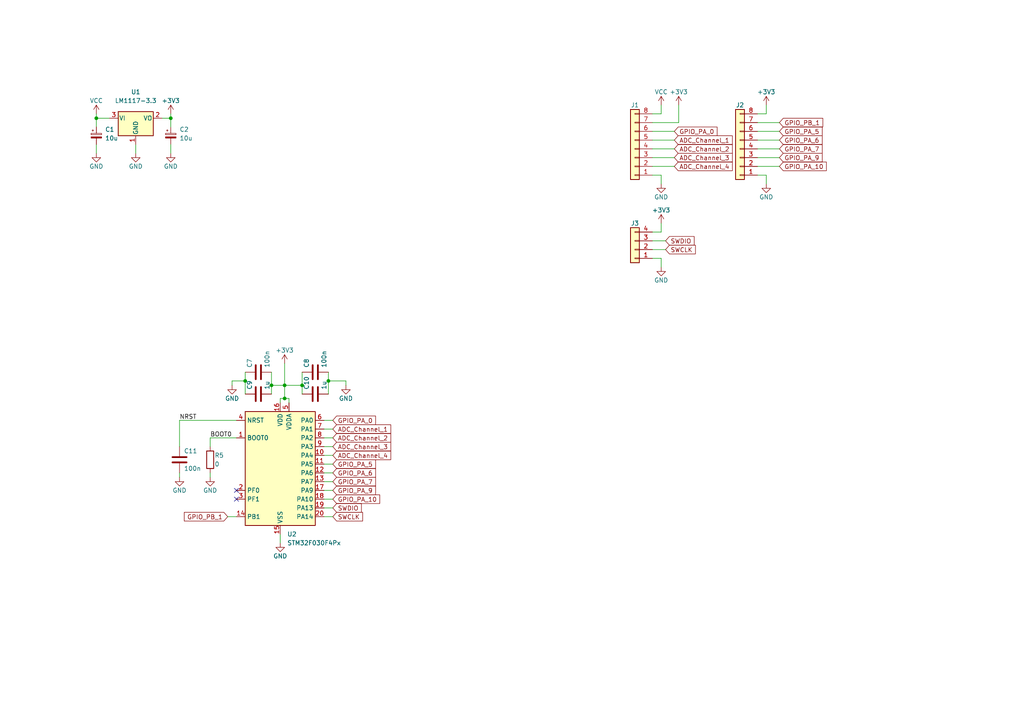
<source format=kicad_sch>
(kicad_sch (version 20211123) (generator eeschema)
  (paper "A4")
  (title_block (title "STM32F030F4 Test Board") (date "2022-07-31") (rev "0.1") (company "https://github.com/BBMBB/STM32F030F4-TestBoard"))
  (lib_symbols
    (symbol "Connector_Generic:Conn_01x04" (pin_names (offset 1.016) hide)
      (property "Reference" "J" (at 0 5.08 0))
      (property "Value" "Conn_01x04" (at 0 -7.62 0))
      (symbol "Conn_01x04_1_1"
        (rectangle (start -1.27 -4.953) (end 0 -5.207) (stroke (width 0.1524)))
        (rectangle (start -1.27 -2.413) (end 0 -2.667) (stroke (width 0.1524)))
        (rectangle (start -1.27 0.127) (end 0 -0.127) (stroke (width 0.1524)))
        (rectangle (start -1.27 2.667) (end 0 2.413) (stroke (width 0.1524)))
        (rectangle (start -1.27 3.81) (end 1.27 -6.35) (stroke (width 0.254)) (fill (type background)))
        (pin passive line (at -5.08 2.54 0) (length 3.81) (name "Pin_1") (number "1"))
        (pin passive line (at -5.08 0 0) (length 3.81) (name "Pin_2") (number "2"))
        (pin passive line (at -5.08 -2.54 0) (length 3.81) (name "Pin_3") (number "3"))
        (pin passive line (at -5.08 -5.08 0) (length 3.81) (name "Pin_4") (number "4"))
      )
    )
    (symbol "Connector_Generic:Conn_01x08" (pin_names (offset 1.016) hide)
      (property "Reference" "J" (at 0 10.16 0))
      (property "Value" "Conn_01x08" (at 0 -12.7 0))
      (symbol "Conn_01x08_1_1"
        (rectangle (start -1.27 -10.033) (end 0 -10.287) (stroke (width 0.1524)))
        (rectangle (start -1.27 -7.493) (end 0 -7.747) (stroke (width 0.1524)))
        (rectangle (start -1.27 -4.953) (end 0 -5.207) (stroke (width 0.1524)))
        (rectangle (start -1.27 -2.413) (end 0 -2.667) (stroke (width 0.1524)))
        (rectangle (start -1.27 0.127) (end 0 -0.127) (stroke (width 0.1524)))
        (rectangle (start -1.27 2.667) (end 0 2.413) (stroke (width 0.1524)))
        (rectangle (start -1.27 5.207) (end 0 4.953) (stroke (width 0.1524)))
        (rectangle (start -1.27 7.747) (end 0 7.493) (stroke (width 0.1524)))
        (rectangle (start -1.27 8.89) (end 1.27 -11.43) (stroke (width 0.254)) (fill (type background)))
        (pin passive line (at -5.08 7.62 0) (length 3.81) (name "Pin_1") (number "1"))
        (pin passive line (at -5.08 5.08 0) (length 3.81) (name "Pin_2") (number "2"))
        (pin passive line (at -5.08 2.54 0) (length 3.81) (name "Pin_3") (number "3"))
        (pin passive line (at -5.08 0 0) (length 3.81) (name "Pin_4") (number "4"))
        (pin passive line (at -5.08 -2.54 0) (length 3.81) (name "Pin_5") (number "5"))
        (pin passive line (at -5.08 -5.08 0) (length 3.81) (name "Pin_6") (number "6"))
        (pin passive line (at -5.08 -7.62 0) (length 3.81) (name "Pin_7") (number "7"))
        (pin passive line (at -5.08 -10.16 0) (length 3.81) (name "Pin_8") (number "8"))
      )
    )
    (symbol "Device:C" (pin_numbers hide) (pin_names (offset 0.254))
      (property "Reference" "C" (at 0.635 2.54 0))
      (property "Value" "C" (at 0.635 -2.54 0))
      (symbol "C_0_1"
        (polyline (pts (xy -2.032 -0.762) (xy 2.032 -0.762)) (stroke (width 0.508)))
        (polyline (pts (xy -2.032 0.762) (xy 2.032 0.762)) (stroke (width 0.508)))
      )
      (symbol "C_1_1"
        (pin passive line (at 0 3.81 270) (length 2.794) (name "~") (number "1"))
        (pin passive line (at 0 -3.81 90) (length 2.794) (name "~") (number "2"))
      )
    )
    (symbol "Device:C_Polarized_Small" (pin_numbers hide) (pin_names (offset 0.254) hide)
      (property "Reference" "C" (at 0.254 1.778 0))
      (property "Value" "C_Polarized_Small" (at 0.254 -2.032 0))
      (symbol "C_Polarized_Small_0_1"
        (rectangle (start -1.524 -0.3048) (end 1.524 -0.6858) (fill (type outline)))
        (rectangle (start -1.524 0.6858) (end 1.524 0.3048))
        (polyline (pts (xy -1.27 1.524) (xy -0.762 1.524)))
        (polyline (pts (xy -1.016 1.27) (xy -1.016 1.778)))
      )
      (symbol "C_Polarized_Small_1_1"
        (pin passive line (at 0 2.54 270) (length 1.8542) (name "~") (number "1"))
        (pin passive line (at 0 -2.54 90) (length 1.8542) (name "~") (number "2"))
      )
    )
    (symbol "Device:R" (pin_numbers hide) (pin_names (offset 0))
      (property "Reference" "R" (at 2.032 0 90))
      (property "Value" "R" (at 0 0 90))
      (symbol "R_0_1"
        (rectangle (start -1.016 -2.54) (end 1.016 2.54) (stroke (width 0.254)))
      )
      (symbol "R_1_1"
        (pin passive line (at 0 3.81 270) (length 1.27) (name "~") (number "1"))
        (pin passive line (at 0 -3.81 90) (length 1.27) (name "~") (number "2"))
      )
    )
    (symbol "MCU_ST_STM32F0:STM32F030F4Px"
      (property "Reference" "U" (at -10.16 16.51 0))
      (property "Value" "STM32F030F4Px" (at 5.08 16.51 0))
      (symbol "STM32F030F4Px_0_1"
        (rectangle (start -10.16 -17.78) (end 10.16 15.24) (stroke (width 0.254)) (fill (type background)))
      )
      (symbol "STM32F030F4Px_1_1"
        (pin input line (at -12.7 7.62 0) (length 2.54) (name "BOOT0") (number "1"))
        (pin bidirectional line (at 12.7 2.54 180) (length 2.54) (name "PA4") (number "10"))
        (pin bidirectional line (at 12.7 0 180) (length 2.54) (name "PA5") (number "11"))
        (pin bidirectional line (at 12.7 -2.54 180) (length 2.54) (name "PA6") (number "12"))
        (pin bidirectional line (at 12.7 -5.08 180) (length 2.54) (name "PA7") (number "13"))
        (pin bidirectional line (at -12.7 -15.24 0) (length 2.54) (name "PB1") (number "14"))
        (pin power_in line (at 0 -20.32 90) (length 2.54) (name "VSS") (number "15"))
        (pin power_in line (at 0 17.78 270) (length 2.54) (name "VDD") (number "16"))
        (pin bidirectional line (at 12.7 -7.62 180) (length 2.54) (name "PA9") (number "17"))
        (pin bidirectional line (at 12.7 -10.16 180) (length 2.54) (name "PA10") (number "18"))
        (pin bidirectional line (at 12.7 -12.7 180) (length 2.54) (name "PA13") (number "19"))
        (pin input line (at -12.7 -7.62 0) (length 2.54) (name "PF0") (number "2"))
        (pin bidirectional line (at 12.7 -15.24 180) (length 2.54) (name "PA14") (number "20"))
        (pin input line (at -12.7 -10.16 0) (length 2.54) (name "PF1") (number "3"))
        (pin input line (at -12.7 12.7 0) (length 2.54) (name "NRST") (number "4"))
        (pin power_in line (at 2.54 17.78 270) (length 2.54) (name "VDDA") (number "5"))
        (pin bidirectional line (at 12.7 12.7 180) (length 2.54) (name "PA0") (number "6"))
        (pin bidirectional line (at 12.7 10.16 180) (length 2.54) (name "PA1") (number "7"))
        (pin bidirectional line (at 12.7 7.62 180) (length 2.54) (name "PA2") (number "8"))
        (pin bidirectional line (at 12.7 5.08 180) (length 2.54) (name "PA3") (number "9"))
      )
    )
    (symbol "Regulator_Linear:LM1117-3.3" (pin_names (offset 0.254))
      (property "Reference" "U" (at -3.81 3.175 0))
      (property "Value" "LM1117-3.3" (at 0 3.175 0))
      (symbol "LM1117-3.3_0_1"
        (rectangle (start -5.08 -5.08) (end 5.08 1.905) (stroke (width 0.254)) (fill (type background)))
      )
      (symbol "LM1117-3.3_1_1"
        (pin power_in line (at 0 -7.62 90) (length 2.54) (name "GND") (number "1"))
        (pin power_out line (at 7.62 0 180) (length 2.54) (name "VO") (number "2"))
        (pin power_in line (at -7.62 0 0) (length 2.54) (name "VI") (number "3"))
      )
    )
    (symbol "power:+3.3V" (power) (pin_names (offset 0))
      (property "Value" "+3.3V" (at 0 3.556 0))
      (symbol "+3.3V_0_1"
        (polyline (pts (xy -0.762 1.27) (xy 0 2.54)))
        (polyline (pts (xy 0 0) (xy 0 2.54)))
        (polyline (pts (xy 0 2.54) (xy 0.762 1.27)))
      )
      (symbol "+3.3V_1_1"
        (pin power_in line (at 0 0 90) (length 0) hide (name "+3V3") (number "1"))
      )
    )
    (symbol "power:GND" (power) (pin_names (offset 0))
      (property "Value" "GND" (at 0 -3.81 0))
      (symbol "GND_0_1"
        (polyline (pts (xy 0 0) (xy 0 -1.27) (xy 1.27 -1.27) (xy 0 -2.54) (xy -1.27 -1.27) (xy 0 -1.27)))
      )
      (symbol "GND_1_1"
        (pin power_in line (at 0 0 270) (length 0) hide (name "GND") (number "1"))
      )
    )
    (symbol "power:VCC" (power) (pin_names (offset 0))
      (property "Value" "VCC" (at 0 3.81 0))
      (symbol "VCC_0_1"
        (polyline (pts (xy -0.762 1.27) (xy 0 2.54)))
        (polyline (pts (xy 0 0) (xy 0 2.54)))
        (polyline (pts (xy 0 2.54) (xy 0.762 1.27)))
      )
      (symbol "VCC_1_1"
        (pin power_in line (at 0 0 90) (length 0) hide (name "VCC") (number "1"))
      )
    )
  )
  (junction (at 82.55 111.76))
  (junction (at 95.25 110.49))
  (junction (at 82.55 115.57))
  (junction (at 27.94 34.29))
  (junction (at 87.63 111.76))
  (junction (at 78.74 111.76))
  (junction (at 71.12 110.49))
  (junction (at 49.53 34.29))
  (no_connect (at 68.58 144.78))
  (no_connect (at 68.58 142.24))
  (wire (pts (xy 93.98 124.46) (xy 96.52 124.46)))
  (wire (pts (xy 81.28 115.57) (xy 81.28 116.84)))
  (wire (pts (xy 196.85 30.48) (xy 196.85 35.56)))
  (wire (pts (xy 93.98 139.7) (xy 96.52 139.7)))
  (wire (pts (xy 60.96 129.54) (xy 60.96 127)))
  (wire (pts (xy 78.74 111.76) (xy 78.74 114.3)))
  (wire (pts (xy 219.71 35.56) (xy 226.06 35.56)))
  (wire (pts (xy 82.55 115.57) (xy 81.28 115.57)))
  (wire (pts (xy 219.71 43.18) (xy 226.06 43.18)))
  (wire (pts (xy 191.77 50.8) (xy 189.23 50.8)))
  (wire (pts (xy 93.98 142.24) (xy 96.52 142.24)))
  (wire (pts (xy 87.63 111.76) (xy 87.63 107.95)))
  (wire (pts (xy 39.37 41.91) (xy 39.37 44.45)))
  (wire (pts (xy 191.77 33.02) (xy 189.23 33.02)))
  (wire (pts (xy 93.98 134.62) (xy 96.52 134.62)))
  (wire (pts (xy 82.55 111.76) (xy 82.55 115.57)))
  (wire (pts (xy 66.04 149.86) (xy 68.58 149.86)))
  (wire (pts (xy 100.33 111.76) (xy 100.33 110.49)))
  (wire (pts (xy 191.77 64.77) (xy 191.77 67.31)))
  (wire (pts (xy 49.53 33.02) (xy 49.53 34.29)))
  (wire (pts (xy 46.99 34.29) (xy 49.53 34.29)))
  (wire (pts (xy 27.94 34.29) (xy 27.94 36.83)))
  (wire (pts (xy 189.23 72.39) (xy 193.04 72.39)))
  (wire (pts (xy 87.63 111.76) (xy 87.63 114.3)))
  (wire (pts (xy 27.94 33.02) (xy 27.94 34.29)))
  (wire (pts (xy 219.71 38.1) (xy 226.06 38.1)))
  (wire (pts (xy 78.74 107.95) (xy 78.74 111.76)))
  (wire (pts (xy 95.25 110.49) (xy 95.25 114.3)))
  (wire (pts (xy 67.31 110.49) (xy 67.31 111.76)))
  (wire (pts (xy 78.74 111.76) (xy 82.55 111.76)))
  (wire (pts (xy 219.71 48.26) (xy 226.06 48.26)))
  (wire (pts (xy 81.28 154.94) (xy 81.28 157.48)))
  (wire (pts (xy 71.12 107.95) (xy 71.12 110.49)))
  (wire (pts (xy 93.98 144.78) (xy 96.52 144.78)))
  (wire (pts (xy 82.55 105.41) (xy 82.55 111.76)))
  (wire (pts (xy 82.55 111.76) (xy 87.63 111.76)))
  (wire (pts (xy 189.23 45.72) (xy 195.58 45.72)))
  (wire (pts (xy 27.94 34.29) (xy 31.75 34.29)))
  (wire (pts (xy 93.98 147.32) (xy 96.52 147.32)))
  (wire (pts (xy 93.98 121.92) (xy 96.52 121.92)))
  (wire (pts (xy 189.23 69.85) (xy 193.04 69.85)))
  (wire (pts (xy 93.98 127) (xy 96.52 127)))
  (wire (pts (xy 93.98 129.54) (xy 96.52 129.54)))
  (wire (pts (xy 93.98 137.16) (xy 96.52 137.16)))
  (wire (pts (xy 52.07 137.16) (xy 52.07 138.43)))
  (wire (pts (xy 95.25 107.95) (xy 95.25 110.49)))
  (wire (pts (xy 189.23 40.64) (xy 195.58 40.64)))
  (wire (pts (xy 71.12 110.49) (xy 71.12 114.3)))
  (wire (pts (xy 27.94 41.91) (xy 27.94 44.45)))
  (wire (pts (xy 60.96 137.16) (xy 60.96 138.43)))
  (wire (pts (xy 100.33 110.49) (xy 95.25 110.49)))
  (wire (pts (xy 222.25 50.8) (xy 222.25 53.34)))
  (wire (pts (xy 93.98 149.86) (xy 96.52 149.86)))
  (wire (pts (xy 219.71 50.8) (xy 222.25 50.8)))
  (wire (pts (xy 191.77 74.93) (xy 191.77 77.47)))
  (wire (pts (xy 222.25 33.02) (xy 219.71 33.02)))
  (wire (pts (xy 219.71 40.64) (xy 226.06 40.64)))
  (wire (pts (xy 52.07 129.54) (xy 52.07 121.92)))
  (wire (pts (xy 219.71 45.72) (xy 226.06 45.72)))
  (wire (pts (xy 82.55 115.57) (xy 83.82 115.57)))
  (wire (pts (xy 52.07 121.92) (xy 68.58 121.92)))
  (wire (pts (xy 83.82 115.57) (xy 83.82 116.84)))
  (wire (pts (xy 191.77 30.48) (xy 191.77 33.02)))
  (wire (pts (xy 189.23 38.1) (xy 195.58 38.1)))
  (wire (pts (xy 196.85 35.56) (xy 189.23 35.56)))
  (wire (pts (xy 49.53 41.91) (xy 49.53 44.45)))
  (wire (pts (xy 49.53 34.29) (xy 49.53 36.83)))
  (wire (pts (xy 189.23 74.93) (xy 191.77 74.93)))
  (wire (pts (xy 189.23 48.26) (xy 195.58 48.26)))
  (wire (pts (xy 93.98 132.08) (xy 96.52 132.08)))
  (wire (pts (xy 189.23 43.18) (xy 195.58 43.18)))
  (wire (pts (xy 191.77 53.34) (xy 191.77 50.8)))
  (wire (pts (xy 60.96 127) (xy 68.58 127)))
  (wire (pts (xy 222.25 30.48) (xy 222.25 33.02)))
  (wire (pts (xy 191.77 67.31) (xy 189.23 67.31)))
  (wire (pts (xy 71.12 110.49) (xy 67.31 110.49)))
  (label "BOOT0" (at 60.96 127 0))
  (label "NRST" (at 52.07 121.92 0))
  (global_label "SWCLK" (shape input) (at 96.52 149.86 0) (property "Intersheet References" "${INTERSHEET_REFS}" (effects hide)))
  (global_label "SWCLK" (shape input) (at 193.04 72.39 0) (property "Intersheet References" "${INTERSHEET_REFS}" (effects hide)))
  (global_label "GPIO_PA_6" (shape input) (at 226.06 40.64 0) (property "Intersheet References" "${INTERSHEET_REFS}" (effects hide)))
  (global_label "ADC_Channel_4" (shape input) (at 96.52 132.08 0) (property "Intersheet References" "${INTERSHEET_REFS}" (effects hide)))
  (global_label "ADC_Channel_2" (shape input) (at 96.52 127 0) (property "Intersheet References" "${INTERSHEET_REFS}" (effects hide)))
  (global_label "GPIO_PA_7" (shape input) (at 226.06 43.18 0) (property "Intersheet References" "${INTERSHEET_REFS}" (effects hide)))
  (global_label "GPIO_PB_1" (shape input) (at 226.06 35.56 0) (property "Intersheet References" "${INTERSHEET_REFS}" (effects hide)))
  (global_label "ADC_Channel_2" (shape input) (at 195.58 43.18 0) (property "Intersheet References" "${INTERSHEET_REFS}" (effects hide)))
  (global_label "SWDIO" (shape input) (at 96.52 147.32 0) (property "Intersheet References" "${INTERSHEET_REFS}" (effects hide)))
  (global_label "ADC_Channel_4" (shape input) (at 195.58 48.26 0) (property "Intersheet References" "${INTERSHEET_REFS}" (effects hide)))
  (global_label "GPIO_PA_6" (shape input) (at 96.52 137.16 0) (property "Intersheet References" "${INTERSHEET_REFS}" (effects hide)))
  (global_label "GPIO_PA_5" (shape input) (at 226.06 38.1 0) (property "Intersheet References" "${INTERSHEET_REFS}" (effects hide)))
  (global_label "GPIO_PA_0" (shape input) (at 96.52 121.92 0) (property "Intersheet References" "${INTERSHEET_REFS}" (effects hide)))
  (global_label "GPIO_PB_1" (shape input) (at 66.04 149.86 180) (property "Intersheet References" "${INTERSHEET_REFS}" (effects hide)))
  (global_label "ADC_Channel_3" (shape input) (at 195.58 45.72 0) (property "Intersheet References" "${INTERSHEET_REFS}" (effects hide)))
  (global_label "ADC_Channel_1" (shape input) (at 195.58 40.64 0) (property "Intersheet References" "${INTERSHEET_REFS}" (effects hide)))
  (global_label "SWDIO" (shape input) (at 193.04 69.85 0) (property "Intersheet References" "${INTERSHEET_REFS}" (effects hide)))
  (global_label "GPIO_PA_9" (shape input) (at 96.52 142.24 0) (property "Intersheet References" "${INTERSHEET_REFS}" (effects hide)))
  (global_label "GPIO_PA_0" (shape input) (at 195.58 38.1 0) (property "Intersheet References" "${INTERSHEET_REFS}" (effects hide)))
  (global_label "GPIO_PA_5" (shape input) (at 96.52 134.62 0) (property "Intersheet References" "${INTERSHEET_REFS}" (effects hide)))
  (global_label "ADC_Channel_3" (shape input) (at 96.52 129.54 0) (property "Intersheet References" "${INTERSHEET_REFS}" (effects hide)))
  (global_label "GPIO_PA_10" (shape input) (at 96.52 144.78 0) (property "Intersheet References" "${INTERSHEET_REFS}" (effects hide)))
  (global_label "GPIO_PA_10" (shape input) (at 226.06 48.26 0) (property "Intersheet References" "${INTERSHEET_REFS}" (effects hide)))
  (global_label "GPIO_PA_7" (shape input) (at 96.52 139.7 0) (property "Intersheet References" "${INTERSHEET_REFS}" (effects hide)))
  (global_label "ADC_Channel_1" (shape input) (at 96.52 124.46 0) (property "Intersheet References" "${INTERSHEET_REFS}" (effects hide)))
  (global_label "GPIO_PA_9" (shape input) (at 226.06 45.72 0) (property "Intersheet References" "${INTERSHEET_REFS}" (effects hide)))
  (symbol (lib_id "power:GND") (at 39.37 44.45 0) (unit 1)
    (property "Reference" "#PWR04" (effects hide))
    (property "Value" "GND" (at 39.37 48.26 0))
  )
  (symbol (lib_id "Device:C") (at 74.93 107.95 90) (unit 1)
    (property "Reference" "C7" (at 72.39 106.68 0) (effects (justify left)))
    (property "Value" "100n" (at 77.47 106.68 0) (effects (justify left)))
    (property "Footprint" "Capacitor_SMD:C_1206_3216Metric" (effects hide))
    (property "LCSC" "C110253" (effects hide))
  )
  (symbol (lib_id "Device:C") (at 91.44 107.95 90) (unit 1)
    (property "Reference" "C8" (at 88.9 106.68 0) (effects (justify left)))
    (property "Value" "100n" (at 93.98 106.68 0) (effects (justify left)))
    (property "Footprint" "Capacitor_SMD:C_1206_3216Metric" (effects hide))
    (property "LCSC" "C110253" (effects hide))
  )
  (symbol (lib_id "power:GND") (at 222.25 53.34 0) (unit 1)
    (property "Reference" "#PWR020" (effects hide))
    (property "Value" "GND" (at 222.25 57.15 0))
  )
  (symbol (lib_id "power:GND") (at 49.53 44.45 0) (unit 1)
    (property "Reference" "#PWR05" (effects hide))
    (property "Value" "GND" (at 49.53 48.26 0))
  )
  (symbol (lib_id "Device:C_Polarized_Small") (at 27.94 39.37 0) (unit 1)
    (property "Reference" "C1" (at 30.48 37.5538 0) (effects (justify left)))
    (property "Value" "10u" (at 30.48 40.0938 0) (effects (justify left)))
    (property "Footprint" "Capacitor_SMD:CP_Elec_5x5.4" (effects hide))
    (property "LCSC" "C72487" (effects hide))
  )
  (symbol (lib_id "Device:R") (at 60.96 133.35 0) (unit 1)
    (property "Reference" "R5" (at 62.23 132.08 0) (effects (justify left)))
    (property "Value" "0" (at 62.23 134.62 0) (effects (justify left)))
    (property "Footprint" "Resistor_SMD:R_0805_2012Metric" (effects hide))
    (property "LCSC" "C100045" (effects hide))
  )
  (symbol (lib_id "Connector_Generic:Conn_01x04") (at 184.15 72.39 180) (unit 1)
    (property "Reference" "J3" (at 184.15 64.77 0))
    (property "Value" "Conn_01x04" (effects hide))
    (property "Footprint" "Connector_PinHeader_2.54mm:PinHeader_1x04_P2.54mm_Vertical" (effects hide))
  )
  (symbol (lib_id "Connector_Generic:Conn_01x08") (at 214.63 43.18 180) (unit 1)
    (property "Reference" "J2" (at 214.63 30.48 0))
    (property "Value" "Conn_01x08" (effects hide))
    (property "Footprint" "Connector_PinHeader_2.54mm:PinHeader_1x08_P2.54mm_Vertical" (effects hide))
  )
  (symbol (lib_id "Device:C_Polarized_Small") (at 49.53 39.37 0) (unit 1)
    (property "Reference" "C2" (at 52.07 37.5538 0) (effects (justify left)))
    (property "Value" "10u" (at 52.07 40.0938 0) (effects (justify left)))
    (property "Footprint" "Capacitor_SMD:CP_Elec_5x5.4" (effects hide))
    (property "LCSC" "C72487" (effects hide))
  )
  (symbol (lib_id "Connector_Generic:Conn_01x08") (at 184.15 43.18 180) (unit 1)
    (property "Reference" "J1" (at 184.15 30.48 0))
    (property "Value" "Conn_01x08" (effects hide))
    (property "Footprint" "Connector_PinHeader_2.54mm:PinHeader_1x08_P2.54mm_Vertical" (effects hide))
  )
  (symbol (lib_id "power:+3.3V") (at 49.53 33.02 0) (unit 1)
    (property "Reference" "#PWR02" (effects hide))
    (property "Value" "+3.3V" (at 49.53 29.21 0))
  )
  (symbol (lib_id "power:+3.3V") (at 222.25 30.48 0) (unit 1)
    (property "Reference" "#PWR018" (effects hide))
    (property "Value" "+3.3V" (at 222.25 26.67 0))
  )
  (symbol (lib_id "power:+3.3V") (at 191.77 64.77 0) (unit 1)
    (property "Reference" "#PWR021" (effects hide))
    (property "Value" "+3.3V" (at 191.77 60.96 0))
  )
  (symbol (lib_id "MCU_ST_STM32F0:STM32F030F4Px") (at 81.28 134.62 0) (unit 1)
    (property "Reference" "U2" (at 83.2994 154.94 0) (effects (justify left)))
    (property "Value" "STM32F030F4Px" (at 83.2994 157.48 0) (effects (justify left)))
    (property "Footprint" "Package_SO:TSSOP-20_4.4x6.5mm_P0.65mm" (effects hide))
    (property "Datasheet" "http://www.st.com/st-web-ui/static/active/en/resource/technical/document/datasheet/DM00088500.pdf" (effects hide))
  )
  (symbol (lib_id "power:GND") (at 100.33 111.76 0) (unit 1)
    (property "Reference" "#PWR012" (effects hide))
    (property "Value" "GND" (at 100.33 115.57 0))
  )
  (symbol (lib_id "power:VCC") (at 191.77 30.48 0) (unit 1)
    (property "Reference" "#PWR016" (effects hide))
    (property "Value" "VCC" (at 191.77 26.67 0))
  )
  (symbol (lib_id "power:GND") (at 27.94 44.45 0) (unit 1)
    (property "Reference" "#PWR03" (effects hide))
    (property "Value" "GND" (at 27.94 48.26 0))
  )
  (symbol (lib_id "power:GND") (at 52.07 138.43 0) (unit 1)
    (property "Reference" "#PWR013" (effects hide))
    (property "Value" "GND" (at 52.07 142.24 0))
  )
  (symbol (lib_id "power:GND") (at 67.31 111.76 0) (unit 1)
    (property "Reference" "#PWR011" (effects hide))
    (property "Value" "GND" (at 67.31 115.57 0))
  )
  (symbol (lib_id "power:VCC") (at 27.94 33.02 0) (unit 1)
    (property "Reference" "#PWR01" (effects hide))
    (property "Value" "VCC" (at 27.94 29.21 0))
  )
  (symbol (lib_id "Device:C") (at 91.44 114.3 90) (unit 1)
    (property "Reference" "C10" (at 88.9 113.03 0) (effects (justify left)))
    (property "Value" "1u" (at 93.98 113.03 0) (effects (justify left)))
    (property "Footprint" "Capacitor_SMD:C_1206_3216Metric" (effects hide))
    (property "LCSC" "C1848" (effects hide))
  )
  (symbol (lib_id "power:GND") (at 191.77 77.47 0) (unit 1)
    (property "Reference" "#PWR022" (effects hide))
    (property "Value" "GND" (at 191.77 81.28 0))
  )
  (symbol (lib_id "Device:C") (at 52.07 133.35 0) (unit 1)
    (property "Reference" "C11" (at 53.34 130.81 0) (effects (justify left)))
    (property "Value" "100n" (at 53.34 135.89 0) (effects (justify left)))
    (property "Footprint" "Capacitor_SMD:C_1206_3216Metric" (effects hide))
    (property "LCSC" "C110253" (effects hide))
  )
  (symbol (lib_id "power:GND") (at 60.96 138.43 0) (unit 1)
    (property "Reference" "#PWR014" (effects hide))
    (property "Value" "GND" (at 60.96 142.24 0))
  )
  (symbol (lib_id "power:GND") (at 191.77 53.34 0) (unit 1)
    (property "Reference" "#PWR019" (effects hide))
    (property "Value" "GND" (at 191.77 57.15 0))
  )
  (symbol (lib_id "power:GND") (at 81.28 157.48 0) (unit 1)
    (property "Reference" "#PWR015" (effects hide))
    (property "Value" "GND" (at 81.28 161.29 0))
  )
  (symbol (lib_id "power:+3.3V") (at 82.55 105.41 0) (unit 1)
    (property "Reference" "#PWR010" (effects hide))
    (property "Value" "+3.3V" (at 82.55 101.6 0))
  )
  (symbol (lib_id "Device:C") (at 74.93 114.3 90) (unit 1)
    (property "Reference" "C9" (at 72.39 113.03 0) (effects (justify left)))
    (property "Value" "1u" (at 77.47 113.03 0) (effects (justify left)))
    (property "Footprint" "Capacitor_SMD:C_1206_3216Metric" (effects hide))
    (property "LCSC" "C1848" (effects hide))
  )
  (symbol (lib_id "power:+3.3V") (at 196.85 30.48 0) (unit 1)
    (property "Reference" "#PWR017" (effects hide))
    (property "Value" "+3.3V" (at 196.85 26.67 0))
  )
  (symbol (lib_id "Regulator_Linear:LM1117-3.3") (at 39.37 34.29 0) (unit 1)
    (property "Reference" "U1" (at 39.37 26.67 0))
    (property "Value" "LM1117-3.3" (at 39.37 29.21 0))
    (property "Footprint" "Package_TO_SOT_SMD:SOT-223-3_TabPin2" (effects hide))
    (property "Datasheet" "http://www.ti.com/lit/ds/symlink/lm1117.pdf" (effects hide))
    (property "LCSC" "C126027" (effects hide))
  )
)
</source>
